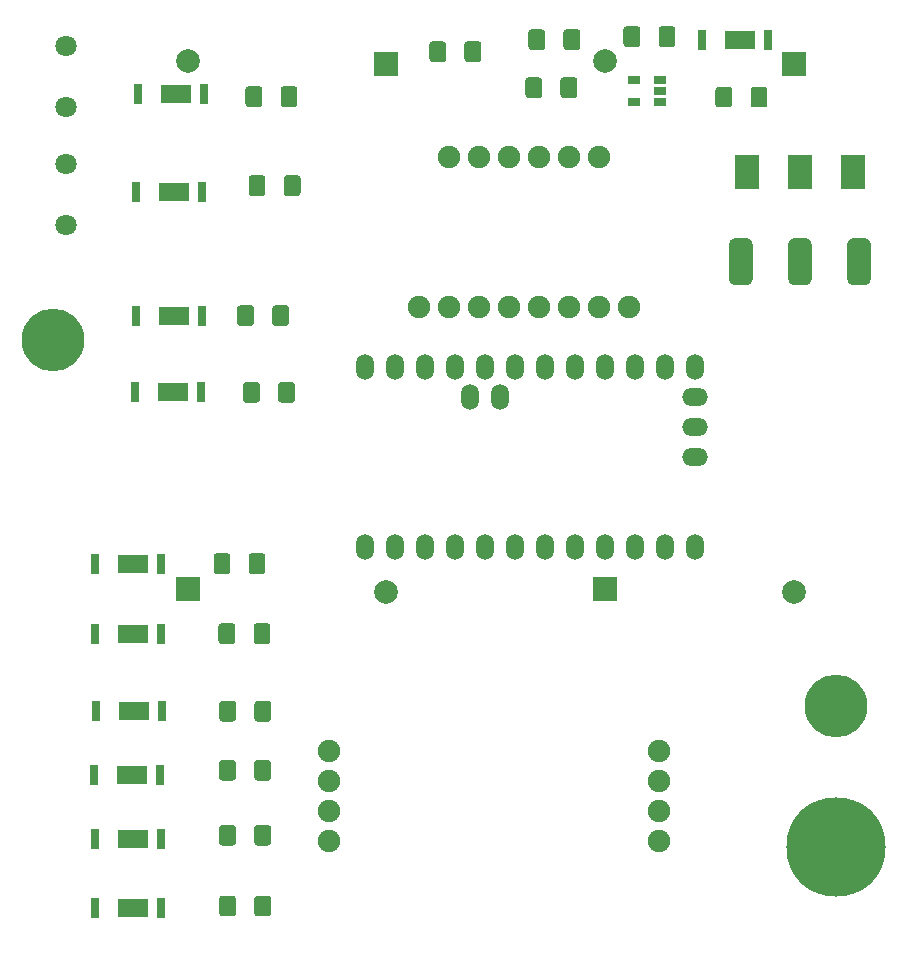
<source format=gbr>
%TF.GenerationSoftware,KiCad,Pcbnew,(5.1.6)-1*%
%TF.CreationDate,2020-06-19T21:21:41-04:00*%
%TF.ProjectId,TrialBBConversion,54726961-6c42-4424-936f-6e7665727369,rev?*%
%TF.SameCoordinates,Original*%
%TF.FileFunction,Soldermask,Top*%
%TF.FilePolarity,Negative*%
%FSLAX46Y46*%
G04 Gerber Fmt 4.6, Leading zero omitted, Abs format (unit mm)*
G04 Created by KiCad (PCBNEW (5.1.6)-1) date 2020-06-19 21:21:41*
%MOMM*%
%LPD*%
G01*
G04 APERTURE LIST*
%ADD10C,8.400000*%
%ADD11C,5.300000*%
%ADD12C,1.800000*%
%ADD13R,2.500000X1.500000*%
%ADD14R,0.700000X1.800000*%
%ADD15R,2.000000X3.000000*%
%ADD16O,2.199640X1.501140*%
%ADD17O,1.501140X2.199640*%
%ADD18R,1.060000X0.650000*%
%ADD19C,1.905000*%
%ADD20C,2.000000*%
%ADD21R,2.000000X2.000000*%
G04 APERTURE END LIST*
D10*
%TO.C,H2*%
X191008000Y-140970000D03*
%TD*%
D11*
%TO.C,H3*%
X124714000Y-98044000D03*
%TD*%
%TO.C,H1*%
X191008000Y-129032000D03*
%TD*%
D12*
%TO.C,SW2*%
X125810000Y-73162000D03*
X125810000Y-78362000D03*
%TD*%
%TO.C,SW3*%
X125810000Y-83162000D03*
X125810000Y-88362000D03*
%TD*%
%TO.C,R13*%
G36*
G01*
X142237500Y-101875000D02*
X142237500Y-103125000D01*
G75*
G02*
X141987500Y-103375000I-250000J0D01*
G01*
X141062500Y-103375000D01*
G75*
G02*
X140812500Y-103125000I0J250000D01*
G01*
X140812500Y-101875000D01*
G75*
G02*
X141062500Y-101625000I250000J0D01*
G01*
X141987500Y-101625000D01*
G75*
G02*
X142237500Y-101875000I0J-250000D01*
G01*
G37*
G36*
G01*
X145212500Y-101875000D02*
X145212500Y-103125000D01*
G75*
G02*
X144962500Y-103375000I-250000J0D01*
G01*
X144037500Y-103375000D01*
G75*
G02*
X143787500Y-103125000I0J250000D01*
G01*
X143787500Y-101875000D01*
G75*
G02*
X144037500Y-101625000I250000J0D01*
G01*
X144962500Y-101625000D01*
G75*
G02*
X145212500Y-101875000I0J-250000D01*
G01*
G37*
%TD*%
%TO.C,R12*%
G36*
G01*
X141737500Y-95375000D02*
X141737500Y-96625000D01*
G75*
G02*
X141487500Y-96875000I-250000J0D01*
G01*
X140562500Y-96875000D01*
G75*
G02*
X140312500Y-96625000I0J250000D01*
G01*
X140312500Y-95375000D01*
G75*
G02*
X140562500Y-95125000I250000J0D01*
G01*
X141487500Y-95125000D01*
G75*
G02*
X141737500Y-95375000I0J-250000D01*
G01*
G37*
G36*
G01*
X144712500Y-95375000D02*
X144712500Y-96625000D01*
G75*
G02*
X144462500Y-96875000I-250000J0D01*
G01*
X143537500Y-96875000D01*
G75*
G02*
X143287500Y-96625000I0J250000D01*
G01*
X143287500Y-95375000D01*
G75*
G02*
X143537500Y-95125000I250000J0D01*
G01*
X144462500Y-95125000D01*
G75*
G02*
X144712500Y-95375000I0J-250000D01*
G01*
G37*
%TD*%
%TO.C,R2*%
G36*
G01*
X142712500Y-84375000D02*
X142712500Y-85625000D01*
G75*
G02*
X142462500Y-85875000I-250000J0D01*
G01*
X141537500Y-85875000D01*
G75*
G02*
X141287500Y-85625000I0J250000D01*
G01*
X141287500Y-84375000D01*
G75*
G02*
X141537500Y-84125000I250000J0D01*
G01*
X142462500Y-84125000D01*
G75*
G02*
X142712500Y-84375000I0J-250000D01*
G01*
G37*
G36*
G01*
X145687500Y-84375000D02*
X145687500Y-85625000D01*
G75*
G02*
X145437500Y-85875000I-250000J0D01*
G01*
X144512500Y-85875000D01*
G75*
G02*
X144262500Y-85625000I0J250000D01*
G01*
X144262500Y-84375000D01*
G75*
G02*
X144512500Y-84125000I250000J0D01*
G01*
X145437500Y-84125000D01*
G75*
G02*
X145687500Y-84375000I0J-250000D01*
G01*
G37*
%TD*%
%TO.C,R1*%
G36*
G01*
X143994500Y-78095000D02*
X143994500Y-76845000D01*
G75*
G02*
X144244500Y-76595000I250000J0D01*
G01*
X145169500Y-76595000D01*
G75*
G02*
X145419500Y-76845000I0J-250000D01*
G01*
X145419500Y-78095000D01*
G75*
G02*
X145169500Y-78345000I-250000J0D01*
G01*
X144244500Y-78345000D01*
G75*
G02*
X143994500Y-78095000I0J250000D01*
G01*
G37*
G36*
G01*
X141019500Y-78095000D02*
X141019500Y-76845000D01*
G75*
G02*
X141269500Y-76595000I250000J0D01*
G01*
X142194500Y-76595000D01*
G75*
G02*
X142444500Y-76845000I0J-250000D01*
G01*
X142444500Y-78095000D01*
G75*
G02*
X142194500Y-78345000I-250000J0D01*
G01*
X141269500Y-78345000D01*
G75*
G02*
X141019500Y-78095000I0J250000D01*
G01*
G37*
%TD*%
D13*
%TO.C,D11*%
X134874000Y-102500000D03*
D14*
X131624000Y-102500000D03*
X137224000Y-102500000D03*
%TD*%
D13*
%TO.C,D10*%
X135000000Y-96000000D03*
D14*
X131750000Y-96000000D03*
X137350000Y-96000000D03*
%TD*%
D13*
%TO.C,D2*%
X135000000Y-85500000D03*
D14*
X131750000Y-85500000D03*
X137350000Y-85500000D03*
%TD*%
D13*
%TO.C,D1*%
X135128000Y-77216000D03*
D14*
X131878000Y-77216000D03*
X137478000Y-77216000D03*
%TD*%
D15*
%TO.C,SW1*%
X187960000Y-83820000D03*
X192460000Y-83820000D03*
X183460000Y-83820000D03*
%TD*%
%TO.C,R11*%
G36*
G01*
X183787500Y-78125000D02*
X183787500Y-76875000D01*
G75*
G02*
X184037500Y-76625000I250000J0D01*
G01*
X184962500Y-76625000D01*
G75*
G02*
X185212500Y-76875000I0J-250000D01*
G01*
X185212500Y-78125000D01*
G75*
G02*
X184962500Y-78375000I-250000J0D01*
G01*
X184037500Y-78375000D01*
G75*
G02*
X183787500Y-78125000I0J250000D01*
G01*
G37*
G36*
G01*
X180812500Y-78125000D02*
X180812500Y-76875000D01*
G75*
G02*
X181062500Y-76625000I250000J0D01*
G01*
X181987500Y-76625000D01*
G75*
G02*
X182237500Y-76875000I0J-250000D01*
G01*
X182237500Y-78125000D01*
G75*
G02*
X181987500Y-78375000I-250000J0D01*
G01*
X181062500Y-78375000D01*
G75*
G02*
X180812500Y-78125000I0J250000D01*
G01*
G37*
%TD*%
%TO.C,R10*%
G36*
G01*
X140212500Y-145375000D02*
X140212500Y-146625000D01*
G75*
G02*
X139962500Y-146875000I-250000J0D01*
G01*
X139037500Y-146875000D01*
G75*
G02*
X138787500Y-146625000I0J250000D01*
G01*
X138787500Y-145375000D01*
G75*
G02*
X139037500Y-145125000I250000J0D01*
G01*
X139962500Y-145125000D01*
G75*
G02*
X140212500Y-145375000I0J-250000D01*
G01*
G37*
G36*
G01*
X143187500Y-145375000D02*
X143187500Y-146625000D01*
G75*
G02*
X142937500Y-146875000I-250000J0D01*
G01*
X142012500Y-146875000D01*
G75*
G02*
X141762500Y-146625000I0J250000D01*
G01*
X141762500Y-145375000D01*
G75*
G02*
X142012500Y-145125000I250000J0D01*
G01*
X142937500Y-145125000D01*
G75*
G02*
X143187500Y-145375000I0J-250000D01*
G01*
G37*
%TD*%
%TO.C,R9*%
G36*
G01*
X140212500Y-139375000D02*
X140212500Y-140625000D01*
G75*
G02*
X139962500Y-140875000I-250000J0D01*
G01*
X139037500Y-140875000D01*
G75*
G02*
X138787500Y-140625000I0J250000D01*
G01*
X138787500Y-139375000D01*
G75*
G02*
X139037500Y-139125000I250000J0D01*
G01*
X139962500Y-139125000D01*
G75*
G02*
X140212500Y-139375000I0J-250000D01*
G01*
G37*
G36*
G01*
X143187500Y-139375000D02*
X143187500Y-140625000D01*
G75*
G02*
X142937500Y-140875000I-250000J0D01*
G01*
X142012500Y-140875000D01*
G75*
G02*
X141762500Y-140625000I0J250000D01*
G01*
X141762500Y-139375000D01*
G75*
G02*
X142012500Y-139125000I250000J0D01*
G01*
X142937500Y-139125000D01*
G75*
G02*
X143187500Y-139375000I0J-250000D01*
G01*
G37*
%TD*%
%TO.C,R6*%
G36*
G01*
X140212500Y-133875000D02*
X140212500Y-135125000D01*
G75*
G02*
X139962500Y-135375000I-250000J0D01*
G01*
X139037500Y-135375000D01*
G75*
G02*
X138787500Y-135125000I0J250000D01*
G01*
X138787500Y-133875000D01*
G75*
G02*
X139037500Y-133625000I250000J0D01*
G01*
X139962500Y-133625000D01*
G75*
G02*
X140212500Y-133875000I0J-250000D01*
G01*
G37*
G36*
G01*
X143187500Y-133875000D02*
X143187500Y-135125000D01*
G75*
G02*
X142937500Y-135375000I-250000J0D01*
G01*
X142012500Y-135375000D01*
G75*
G02*
X141762500Y-135125000I0J250000D01*
G01*
X141762500Y-133875000D01*
G75*
G02*
X142012500Y-133625000I250000J0D01*
G01*
X142937500Y-133625000D01*
G75*
G02*
X143187500Y-133875000I0J-250000D01*
G01*
G37*
%TD*%
%TO.C,R5*%
G36*
G01*
X140225000Y-128875000D02*
X140225000Y-130125000D01*
G75*
G02*
X139975000Y-130375000I-250000J0D01*
G01*
X139050000Y-130375000D01*
G75*
G02*
X138800000Y-130125000I0J250000D01*
G01*
X138800000Y-128875000D01*
G75*
G02*
X139050000Y-128625000I250000J0D01*
G01*
X139975000Y-128625000D01*
G75*
G02*
X140225000Y-128875000I0J-250000D01*
G01*
G37*
G36*
G01*
X143200000Y-128875000D02*
X143200000Y-130125000D01*
G75*
G02*
X142950000Y-130375000I-250000J0D01*
G01*
X142025000Y-130375000D01*
G75*
G02*
X141775000Y-130125000I0J250000D01*
G01*
X141775000Y-128875000D01*
G75*
G02*
X142025000Y-128625000I250000J0D01*
G01*
X142950000Y-128625000D01*
G75*
G02*
X143200000Y-128875000I0J-250000D01*
G01*
G37*
%TD*%
%TO.C,R4*%
G36*
G01*
X140158500Y-122311000D02*
X140158500Y-123561000D01*
G75*
G02*
X139908500Y-123811000I-250000J0D01*
G01*
X138983500Y-123811000D01*
G75*
G02*
X138733500Y-123561000I0J250000D01*
G01*
X138733500Y-122311000D01*
G75*
G02*
X138983500Y-122061000I250000J0D01*
G01*
X139908500Y-122061000D01*
G75*
G02*
X140158500Y-122311000I0J-250000D01*
G01*
G37*
G36*
G01*
X143133500Y-122311000D02*
X143133500Y-123561000D01*
G75*
G02*
X142883500Y-123811000I-250000J0D01*
G01*
X141958500Y-123811000D01*
G75*
G02*
X141708500Y-123561000I0J250000D01*
G01*
X141708500Y-122311000D01*
G75*
G02*
X141958500Y-122061000I250000J0D01*
G01*
X142883500Y-122061000D01*
G75*
G02*
X143133500Y-122311000I0J-250000D01*
G01*
G37*
%TD*%
%TO.C,R3*%
G36*
G01*
X139737500Y-116375000D02*
X139737500Y-117625000D01*
G75*
G02*
X139487500Y-117875000I-250000J0D01*
G01*
X138562500Y-117875000D01*
G75*
G02*
X138312500Y-117625000I0J250000D01*
G01*
X138312500Y-116375000D01*
G75*
G02*
X138562500Y-116125000I250000J0D01*
G01*
X139487500Y-116125000D01*
G75*
G02*
X139737500Y-116375000I0J-250000D01*
G01*
G37*
G36*
G01*
X142712500Y-116375000D02*
X142712500Y-117625000D01*
G75*
G02*
X142462500Y-117875000I-250000J0D01*
G01*
X141537500Y-117875000D01*
G75*
G02*
X141287500Y-117625000I0J250000D01*
G01*
X141287500Y-116375000D01*
G75*
G02*
X141537500Y-116125000I250000J0D01*
G01*
X142462500Y-116125000D01*
G75*
G02*
X142712500Y-116375000I0J-250000D01*
G01*
G37*
%TD*%
D13*
%TO.C,D9*%
X182880000Y-72644000D03*
D14*
X179630000Y-72644000D03*
X185230000Y-72644000D03*
%TD*%
D13*
%TO.C,D8*%
X131500000Y-146177000D03*
D14*
X128250000Y-146177000D03*
X133850000Y-146177000D03*
%TD*%
D13*
%TO.C,D7*%
X131500000Y-140335000D03*
D14*
X128250000Y-140335000D03*
X133850000Y-140335000D03*
%TD*%
D13*
%TO.C,D6*%
X131445000Y-134874000D03*
D14*
X128195000Y-134874000D03*
X133795000Y-134874000D03*
%TD*%
D13*
%TO.C,D5*%
X131600000Y-129500000D03*
D14*
X128350000Y-129500000D03*
X133950000Y-129500000D03*
%TD*%
D13*
%TO.C,D4*%
X131500000Y-123000000D03*
D14*
X128250000Y-123000000D03*
X133850000Y-123000000D03*
%TD*%
D13*
%TO.C,D3*%
X131500000Y-117000000D03*
D14*
X128250000Y-117000000D03*
X133850000Y-117000000D03*
%TD*%
D16*
%TO.C,X1*%
X179070000Y-107950000D03*
X179070000Y-105410000D03*
X179070000Y-102870000D03*
D17*
X160020000Y-102870000D03*
X162560000Y-102870000D03*
X151130000Y-100330000D03*
X153670000Y-100330000D03*
X156210000Y-100330000D03*
X158750000Y-100330000D03*
X161290000Y-100330000D03*
X163830000Y-100330000D03*
X166370000Y-100330000D03*
X168910000Y-100330000D03*
X171450000Y-100330000D03*
X173990000Y-100330000D03*
X176530000Y-100330000D03*
X179070000Y-100330000D03*
X179070000Y-115570000D03*
X176530000Y-115570000D03*
X173990000Y-115570000D03*
X171450000Y-115570000D03*
X168910000Y-115570000D03*
X166370000Y-115570000D03*
X163830000Y-115570000D03*
X161290000Y-115570000D03*
X158750000Y-115570000D03*
X156210000Y-115570000D03*
X153670000Y-115570000D03*
X151130000Y-115570000D03*
%TD*%
D18*
%TO.C,U4*%
X173900000Y-77950000D03*
X173900000Y-76050000D03*
X176100000Y-76050000D03*
X176100000Y-77000000D03*
X176100000Y-77950000D03*
%TD*%
%TO.C,R8*%
G36*
G01*
X159561500Y-74285000D02*
X159561500Y-73035000D01*
G75*
G02*
X159811500Y-72785000I250000J0D01*
G01*
X160736500Y-72785000D01*
G75*
G02*
X160986500Y-73035000I0J-250000D01*
G01*
X160986500Y-74285000D01*
G75*
G02*
X160736500Y-74535000I-250000J0D01*
G01*
X159811500Y-74535000D01*
G75*
G02*
X159561500Y-74285000I0J250000D01*
G01*
G37*
G36*
G01*
X156586500Y-74285000D02*
X156586500Y-73035000D01*
G75*
G02*
X156836500Y-72785000I250000J0D01*
G01*
X157761500Y-72785000D01*
G75*
G02*
X158011500Y-73035000I0J-250000D01*
G01*
X158011500Y-74285000D01*
G75*
G02*
X157761500Y-74535000I-250000J0D01*
G01*
X156836500Y-74535000D01*
G75*
G02*
X156586500Y-74285000I0J250000D01*
G01*
G37*
%TD*%
%TO.C,R7*%
G36*
G01*
X167689500Y-77333000D02*
X167689500Y-76083000D01*
G75*
G02*
X167939500Y-75833000I250000J0D01*
G01*
X168864500Y-75833000D01*
G75*
G02*
X169114500Y-76083000I0J-250000D01*
G01*
X169114500Y-77333000D01*
G75*
G02*
X168864500Y-77583000I-250000J0D01*
G01*
X167939500Y-77583000D01*
G75*
G02*
X167689500Y-77333000I0J250000D01*
G01*
G37*
G36*
G01*
X164714500Y-77333000D02*
X164714500Y-76083000D01*
G75*
G02*
X164964500Y-75833000I250000J0D01*
G01*
X165889500Y-75833000D01*
G75*
G02*
X166139500Y-76083000I0J-250000D01*
G01*
X166139500Y-77333000D01*
G75*
G02*
X165889500Y-77583000I-250000J0D01*
G01*
X164964500Y-77583000D01*
G75*
G02*
X164714500Y-77333000I0J250000D01*
G01*
G37*
%TD*%
%TO.C,C2*%
G36*
G01*
X175998500Y-73015000D02*
X175998500Y-71765000D01*
G75*
G02*
X176248500Y-71515000I250000J0D01*
G01*
X177173500Y-71515000D01*
G75*
G02*
X177423500Y-71765000I0J-250000D01*
G01*
X177423500Y-73015000D01*
G75*
G02*
X177173500Y-73265000I-250000J0D01*
G01*
X176248500Y-73265000D01*
G75*
G02*
X175998500Y-73015000I0J250000D01*
G01*
G37*
G36*
G01*
X173023500Y-73015000D02*
X173023500Y-71765000D01*
G75*
G02*
X173273500Y-71515000I250000J0D01*
G01*
X174198500Y-71515000D01*
G75*
G02*
X174448500Y-71765000I0J-250000D01*
G01*
X174448500Y-73015000D01*
G75*
G02*
X174198500Y-73265000I-250000J0D01*
G01*
X173273500Y-73265000D01*
G75*
G02*
X173023500Y-73015000I0J250000D01*
G01*
G37*
%TD*%
%TO.C,C1*%
G36*
G01*
X166393500Y-72019000D02*
X166393500Y-73269000D01*
G75*
G02*
X166143500Y-73519000I-250000J0D01*
G01*
X165218500Y-73519000D01*
G75*
G02*
X164968500Y-73269000I0J250000D01*
G01*
X164968500Y-72019000D01*
G75*
G02*
X165218500Y-71769000I250000J0D01*
G01*
X166143500Y-71769000D01*
G75*
G02*
X166393500Y-72019000I0J-250000D01*
G01*
G37*
G36*
G01*
X169368500Y-72019000D02*
X169368500Y-73269000D01*
G75*
G02*
X169118500Y-73519000I-250000J0D01*
G01*
X168193500Y-73519000D01*
G75*
G02*
X167943500Y-73269000I0J250000D01*
G01*
X167943500Y-72019000D01*
G75*
G02*
X168193500Y-71769000I250000J0D01*
G01*
X169118500Y-71769000D01*
G75*
G02*
X169368500Y-72019000I0J-250000D01*
G01*
G37*
%TD*%
%TO.C,U3*%
G36*
G01*
X183960000Y-89940000D02*
X183960000Y-92940000D01*
G75*
G02*
X183460000Y-93440000I-500000J0D01*
G01*
X182460000Y-93440000D01*
G75*
G02*
X181960000Y-92940000I0J500000D01*
G01*
X181960000Y-89940000D01*
G75*
G02*
X182460000Y-89440000I500000J0D01*
G01*
X183460000Y-89440000D01*
G75*
G02*
X183960000Y-89940000I0J-500000D01*
G01*
G37*
G36*
G01*
X188960000Y-89940000D02*
X188960000Y-92940000D01*
G75*
G02*
X188460000Y-93440000I-500000J0D01*
G01*
X187460000Y-93440000D01*
G75*
G02*
X186960000Y-92940000I0J500000D01*
G01*
X186960000Y-89940000D01*
G75*
G02*
X187460000Y-89440000I500000J0D01*
G01*
X188460000Y-89440000D01*
G75*
G02*
X188960000Y-89940000I0J-500000D01*
G01*
G37*
G36*
G01*
X193960000Y-89940000D02*
X193960000Y-92940000D01*
G75*
G02*
X193460000Y-93440000I-500000J0D01*
G01*
X192460000Y-93440000D01*
G75*
G02*
X191960000Y-92940000I0J500000D01*
G01*
X191960000Y-89940000D01*
G75*
G02*
X192460000Y-89440000I500000J0D01*
G01*
X193460000Y-89440000D01*
G75*
G02*
X193960000Y-89940000I0J-500000D01*
G01*
G37*
%TD*%
D19*
%TO.C,U2*%
X176022000Y-140462000D03*
X176022000Y-137922000D03*
X176022000Y-135382000D03*
X176022000Y-132842000D03*
X148082000Y-132842000D03*
X148082000Y-135382000D03*
X148082000Y-137922000D03*
X148082000Y-140462000D03*
%TD*%
%TO.C,U1*%
X158242000Y-82550000D03*
X160782000Y-82550000D03*
X163322000Y-82550000D03*
X165862000Y-82550000D03*
X168402000Y-82550000D03*
X170942000Y-82550000D03*
X173482000Y-95250000D03*
X170942000Y-95250000D03*
X168402000Y-95250000D03*
X165862000Y-95250000D03*
X163322000Y-95250000D03*
X160782000Y-95250000D03*
X158242000Y-95250000D03*
X155702000Y-95250000D03*
%TD*%
D20*
%TO.C,BT4*%
X187452000Y-119376000D03*
D21*
X187452000Y-74676000D03*
%TD*%
D20*
%TO.C,BT3*%
X136144000Y-74426000D03*
D21*
X136144000Y-119126000D03*
%TD*%
D20*
%TO.C,BT2*%
X171450000Y-74426000D03*
D21*
X171450000Y-119126000D03*
%TD*%
D20*
%TO.C,BT1*%
X152908000Y-119376000D03*
D21*
X152908000Y-74676000D03*
%TD*%
M02*

</source>
